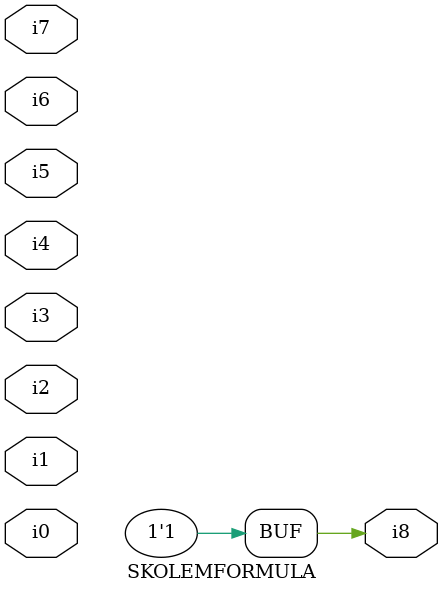
<source format=v>

module SKOLEMFORMULA ( 
    i0, i1, i2, i3, i4, i5, i6, i7,
    i8  );
  input  i0, i1, i2, i3, i4, i5, i6, i7;
  output i8;
  assign i8 = 1'b1;
endmodule



</source>
